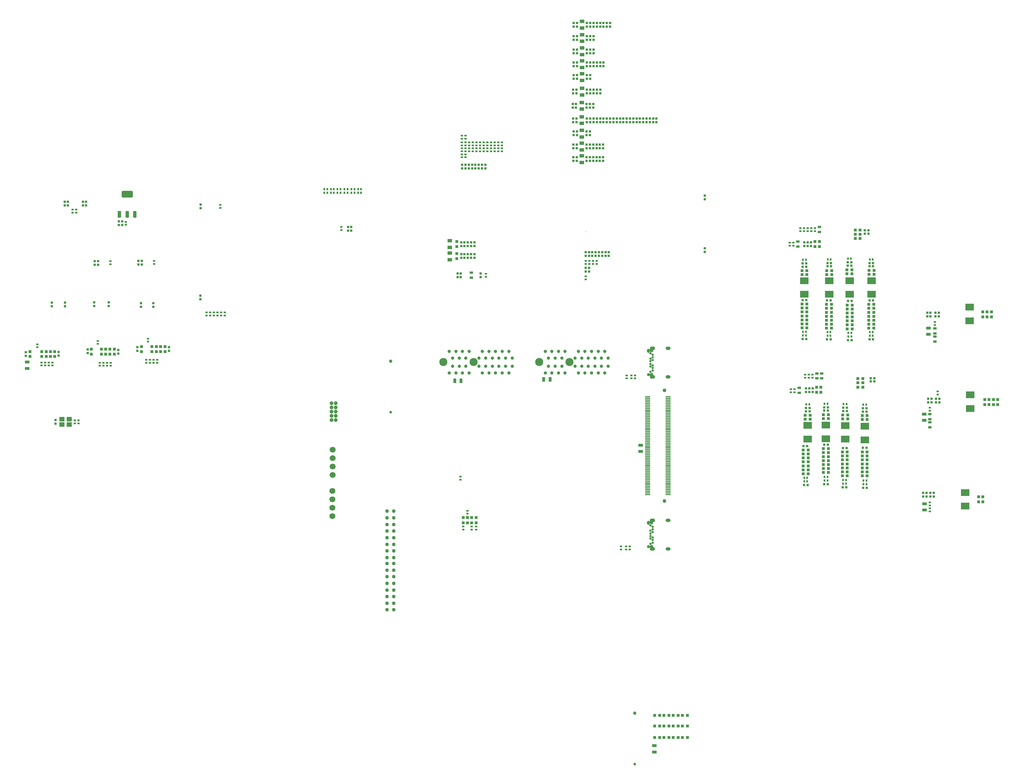
<source format=gbs>
%FSLAX46Y46*%
%MOMM*%
%AMPS57*
4,1,4,
0.550000,-0.649996,
-0.550000,-0.649996,
-0.550000,0.000004,
0.550000,0.000004,
0.550000,-0.649996,
0
*
1,1,1.100000,0.000000,0.000004*
1,1,1.100000,0.000000,-0.649996*
4,1,4,
0.500000,0.550004,
0.500000,-0.549996,
0.000000,-0.549996,
0.000000,0.550004,
0.500000,0.550004,
0
*
1,1,1.100000,0.000000,0.000004*
1,1,1.100000,0.500000,0.000004*
%
%ADD57PS57*%
%AMPS37*
4,1,4,
0.550000,-0.649996,
-0.550000,-0.649996,
-0.550000,0.000004,
0.550000,0.000004,
0.550000,-0.649996,
0
*
1,1,1.100000,0.000000,0.000004*
1,1,1.100000,0.000000,-0.649996*
4,1,4,
0.500000,0.550004,
0.500000,-0.549996,
0.000000,-0.549996,
0.000000,0.550004,
0.500000,0.550004,
0
*
1,1,1.100000,0.000000,0.000004*
1,1,1.100000,0.500000,0.000004*
%
%ADD37PS37*%
%AMPS70*
1,1,1.166800,0.000000,0.000000*
%
%ADD70PS70*%
%AMPS67*
1,1,1.166800,0.000000,0.000000*
%
%ADD67PS67*%
%AMPS60*
1,1,1.800000,0.000000,0.000000*
%
%ADD60PS60*%
%AMPS35*
1,1,0.700000,0.000000,0.000000*
%
%ADD35PS35*%
%AMPS32*
1,1,0.700000,0.000000,0.000000*
%
%ADD32PS32*%
%AMPS33*
1,1,0.700000,0.000000,0.000000*
%
%ADD33PS33*%
%AMPS61*
1,1,1.800000,0.000000,0.000000*
%
%ADD61PS61*%
%AMPS66*
1,1,1.166800,0.000000,0.000000*
%
%ADD66PS66*%
%AMPS52*
1,1,1.000000,0.000000,0.000000*
%
%ADD52PS52*%
%AMPS72*
1,1,1.000000,0.000000,0.000000*
%
%ADD72PS72*%
%AMPS53*
1,1,1.000000,0.000000,0.000000*
%
%ADD53PS53*%
%AMPS46*
1,1,1.000000,0.000000,0.000000*
%
%ADD46PS46*%
%AMPS36*
1,1,0.700000,0.000000,0.000000*
%
%ADD36PS36*%
%AMPS47*
1,1,1.000000,0.000000,0.000000*
%
%ADD47PS47*%
%AMPS54*
1,1,1.000000,0.000000,0.000000*
%
%ADD54PS54*%
%AMPS69*
1,1,1.166800,0.000000,0.000000*
%
%ADD69PS69*%
%AMPS63*
1,1,1.800000,0.000000,0.000000*
%
%ADD63PS63*%
%AMPS51*
1,1,1.000000,0.000000,0.000000*
%
%ADD51PS51*%
%AMPS71*
1,1,1.000000,0.000000,0.000000*
%
%ADD71PS71*%
%AMPS62*
1,1,1.800000,0.000000,0.000000*
%
%ADD62PS62*%
%AMPS31*
1,1,0.700000,0.000000,0.000000*
%
%ADD31PS31*%
%AMPS50*
1,1,1.000000,0.000000,0.000000*
%
%ADD50PS50*%
%AMPS49*
1,1,1.000000,0.000000,0.000000*
%
%ADD49PS49*%
%AMPS45*
1,1,1.000000,0.000000,0.000000*
%
%ADD45PS45*%
%AMPS48*
1,1,1.000000,0.000000,0.000000*
%
%ADD48PS48*%
%AMPS40*
1,1,0.700000,0.000000,0.000000*
%
%ADD40PS40*%
%AMPS68*
1,1,1.166800,0.000000,0.000000*
%
%ADD68PS68*%
%AMPS20*
21,1,0.700000,0.600000,0.000000,0.000000,360.000000*
%
%ADD20PS20*%
%AMPS12*
21,1,0.700000,0.600000,0.000000,0.000000,270.000000*
%
%ADD12PS12*%
%AMPS22*
21,1,0.700000,0.600000,0.000000,0.000000,90.000000*
%
%ADD22PS22*%
%AMPS59*
21,1,1.500000,1.300000,0.000000,0.000000,360.000000*
%
%ADD59PS59*%
%AMPS28*
21,1,0.900000,0.900000,0.000000,0.000000,270.000000*
%
%ADD28PS28*%
%AMPS21*
21,1,1.100000,1.350000,0.000000,0.000000,270.000000*
%
%ADD21PS21*%
%AMPS14*
21,1,0.900000,0.850000,0.000000,0.000000,360.000000*
%
%ADD14PS14*%
%AMPS16*
21,1,0.900000,0.850000,0.000000,0.000000,270.000000*
%
%ADD16PS16*%
%AMPS29*
21,1,0.900000,0.850000,0.000000,0.000000,90.000000*
%
%ADD29PS29*%
%AMPS13*
21,1,0.500000,0.700000,0.000000,0.000000,360.000000*
%
%ADD13PS13*%
%AMPS11*
21,1,0.500000,0.700000,0.000000,0.000000,270.000000*
%
%ADD11PS11*%
%AMPS15*
21,1,0.500000,0.700000,0.000000,0.000000,90.000000*
%
%ADD15PS15*%
%AMPS23*
21,1,2.000000,2.600000,0.000000,0.000000,270.000000*
%
%ADD23PS23*%
%AMPS10*
21,1,0.800000,1.400000,0.000000,0.000000,270.000000*
%
%ADD10PS10*%
%AMPS42*
21,1,0.800000,1.400000,0.000000,0.000000,180.000000*
%
%ADD42PS42*%
%AMPS25*
21,1,0.800000,1.400000,0.000000,0.000000,90.000000*
%
%ADD25PS25*%
%AMPS17*
21,1,0.404800,1.547800,0.000000,0.000000,270.000000*
%
%ADD17PS17*%
%AMPS24*
21,1,0.600000,1.000000,0.000000,0.000000,270.000000*
%
%ADD24PS24*%
%AMPS19*
21,1,0.600000,1.000000,0.000000,0.000000,90.000000*
%
%ADD19PS19*%
%AMPS73*
1,1,0.300000,0.000000,0.000000*
%
%ADD73PS73*%
%AMPS30*
21,1,0.500000,1.000000,0.000000,0.000000,180.000000*
1,1,1.000000,-0.250000,0.000000*
1,1,1.000000,0.250000,0.000000*
%
%ADD30PS30*%
%AMPS55*
21,1,0.500000,1.000000,0.000000,0.000000,180.000000*
1,1,1.000000,-0.250000,0.000000*
1,1,1.000000,0.250000,0.000000*
%
%ADD55PS55*%
%AMPS41*
21,1,0.500000,1.000000,0.000000,0.000000,180.000000*
1,1,1.000000,-0.250000,0.000000*
1,1,1.000000,0.250000,0.000000*
%
%ADD41PS41*%
%AMPS58*
21,1,0.500000,1.000000,0.000000,0.000000,180.000000*
1,1,1.000000,-0.250000,0.000000*
1,1,1.000000,0.250000,0.000000*
%
%ADD58PS58*%
%AMPS18*
1,1,1.116000,0.000000,0.000000*
%
%ADD18PS18*%
%AMPS26*
1,1,0.800000,0.000000,0.000000*
%
%ADD26PS26*%
%AMPS43*
1,1,1.100000,0.000000,0.000000*
%
%ADD43PS43*%
%AMPS27*
1,1,1.000000,0.000000,0.000000*
%
%ADD27PS27*%
%AMPS44*
1,1,2.450000,0.000000,0.000000*
%
%ADD44PS44*%
%AMPS38*
1,1,0.950000,0.000000,0.000000*
%
%ADD38PS38*%
%AMPS39*
21,1,0.300000,0.950000,0.000000,0.000000,90.000000*
1,1,0.950000,0.000000,0.150000*
1,1,0.950000,0.000000,-0.150000*
%
%ADD39PS39*%
%AMPS65*
1,1,0.600000,-1.375000,-0.700000*
1,1,0.600000,1.375000,0.700000*
1,1,0.600000,1.375000,-0.700000*
1,1,0.600000,-1.375000,0.700000*
21,1,3.350000,1.400000,0.000000,0.000000,180.000000*
21,1,2.750000,2.000000,0.000000,0.000000,180.000000*
%
%ADD65PS65*%
%AMPS64*
1,1,0.500000,0.275000,0.750000*
1,1,0.500000,-0.275000,-0.750000*
1,1,0.500000,-0.275000,0.750000*
1,1,0.500000,0.275000,-0.750000*
21,1,1.050000,1.500000,0.000000,0.000000,360.000000*
21,1,0.550000,2.000000,0.000000,0.000000,360.000000*
%
%ADD64PS64*%
%AMPS56*
4,1,4,
0.550000,0.000000,
-0.550000,0.000000,
-0.550000,0.650000,
0.550000,0.650000,
0.550000,0.000000,
0
*
1,1,1.100000,0.000000,0.650000*
1,1,1.100000,0.000000,0.000000*
4,1,4,
0.500000,0.550000,
0.500000,-0.550000,
0.000000,-0.550000,
0.000000,0.550000,
0.500000,0.550000,
0
*
1,1,1.100000,0.000000,0.000000*
1,1,1.100000,0.500000,0.000000*
%
%ADD56PS56*%
%AMPS34*
4,1,4,
0.550000,0.000000,
-0.550000,0.000000,
-0.550000,0.650000,
0.550000,0.650000,
0.550000,0.000000,
0
*
1,1,1.100000,0.000000,0.650000*
1,1,1.100000,0.000000,0.000000*
4,1,4,
0.500000,0.550000,
0.500000,-0.550000,
0.000000,-0.550000,
0.000000,0.550000,
0.500000,0.550000,
0
*
1,1,1.100000,0.000000,0.000000*
1,1,1.100000,0.500000,0.000000*
%
%ADD34PS34*%
G01*
G01*
%LPD*%
G75*
D10*
X-150000000Y24350000D03*
D10*
X-150000000Y26250000D03*
D11*
X86100000Y21550000D03*
D11*
X86100000Y22450000D03*
D11*
X-9900000Y89950000D03*
D11*
X-9900000Y90850000D03*
D12*
X16100000Y124750000D03*
D12*
X16100000Y123650000D03*
D13*
X-59350000Y77400000D03*
D13*
X-60250000Y77400000D03*
D14*
X102250000Y-2100000D03*
D14*
X103750000Y-2100000D03*
D12*
X22000000Y88150000D03*
D12*
X22000000Y87050000D03*
D12*
X85300000Y18350000D03*
D12*
X85300000Y17250000D03*
D12*
X20000000Y104250000D03*
D12*
X20000000Y103150000D03*
D15*
X-95800000Y41250000D03*
D15*
X-95800000Y40350000D03*
D12*
X19000000Y88150000D03*
D12*
X19000000Y87050000D03*
D13*
X97350000Y-9400000D03*
D13*
X96450000Y-9400000D03*
D16*
X88000000Y62650000D03*
D16*
X88000000Y61150000D03*
D12*
X15000000Y88150000D03*
D12*
X15000000Y87050000D03*
D16*
X-111000000Y30950000D03*
D16*
X-111000000Y29450000D03*
D12*
X86300000Y18350000D03*
D12*
X86300000Y17250000D03*
D11*
X85000000Y21550000D03*
D11*
X85000000Y22450000D03*
D17*
X37413900Y15260800D03*
D17*
X37413900Y-6255500D03*
D17*
X43586100Y-7756700D03*
D17*
X37413900Y-11259300D03*
D17*
X43586100Y7254800D03*
D17*
X43586100Y-1251700D03*
D17*
X43586100Y10757400D03*
D17*
X37413900Y-250900D03*
D17*
X43586100Y13259300D03*
D17*
X43586100Y-6755900D03*
D17*
X37413900Y12759000D03*
D17*
X43586100Y-9758200D03*
D17*
X37413900Y-4754300D03*
D17*
X37413900Y-6755900D03*
D17*
X37413900Y-3753600D03*
D18*
X42532000Y-15741100D03*
D17*
X43586100Y4252500D03*
D17*
X43586100Y-5755100D03*
D17*
X43586100Y13759700D03*
D17*
X37413900Y13259300D03*
D17*
X43586100Y-10758900D03*
D17*
X37413900Y11758200D03*
D17*
X43586100Y-5254700D03*
D17*
X43586100Y5253300D03*
D17*
X37413900Y-4253900D03*
D17*
X37413900Y-2752800D03*
D17*
X43586100Y-4253900D03*
D17*
X37413900Y-8257000D03*
D17*
X43586100Y4752900D03*
D17*
X37413900Y14260100D03*
D17*
X43586100Y-3253200D03*
D17*
X43586100Y12258600D03*
D17*
X37413900Y249400D03*
D17*
X37413900Y-751300D03*
D17*
X43586100Y7755200D03*
D17*
X43586100Y10257000D03*
D17*
X43586100Y-7256299D03*
D17*
X37413900Y8755900D03*
D17*
X37413900Y5253300D03*
D17*
X43586100Y9256299D03*
D17*
X43586100Y-2752800D03*
D17*
X37413900Y3752200D03*
D17*
X43586100Y-10258500D03*
D17*
X37413900Y-12760400D03*
D17*
X43586100Y-13260800D03*
D17*
X43586100Y5753700D03*
D17*
X37413900Y8255500D03*
D17*
X43586100Y-3753600D03*
D17*
X37413900Y749801D03*
D17*
X43586100Y-1752100D03*
D17*
X37413900Y-7756700D03*
D18*
X42532000Y17741100D03*
D17*
X43586100Y-751300D03*
D17*
X37413900Y5753700D03*
D17*
X37413900Y1250199D03*
D17*
X37413900Y2751400D03*
D17*
X37413900Y-10758900D03*
D17*
X43586100Y2751400D03*
D17*
X43586100Y11758200D03*
D17*
X43586100Y-4754300D03*
D17*
X43586100Y-12760400D03*
D17*
X43586100Y-2252400D03*
D17*
X37413900Y9756700D03*
D17*
X37413900Y-7256299D03*
D17*
X43586100Y749801D03*
D17*
X37413900Y-2252400D03*
D17*
X37413900Y4752900D03*
D17*
X43586100Y15761200D03*
D17*
X37413900Y-5755100D03*
D17*
X37413900Y9256299D03*
D17*
X37413900Y6254000D03*
D17*
X37413900Y7755200D03*
D17*
X43586100Y9756700D03*
D17*
X43586100Y6754400D03*
D17*
X43586100Y1750600D03*
D17*
X43586100Y8755900D03*
D17*
X43586100Y3752200D03*
D17*
X37413900Y-9257800D03*
D17*
X37413900Y4252500D03*
D17*
X43586100Y1250199D03*
D17*
X37413900Y-12260000D03*
D17*
X37413900Y14760500D03*
D17*
X37413900Y-5254700D03*
D17*
X37413900Y15761200D03*
D17*
X43586100Y-11259300D03*
D17*
X43586100Y-8757400D03*
D17*
X37413900Y10257000D03*
D17*
X37413900Y13759700D03*
D17*
X37413900Y7254800D03*
D17*
X37413900Y12258600D03*
D17*
X37413900Y3251800D03*
D17*
X37413900Y-13260800D03*
D17*
X37413900Y-8757400D03*
D17*
X37413900Y6754400D03*
D17*
X37413900Y1750600D03*
D17*
X37413900Y-9758200D03*
D17*
X43586100Y-12260000D03*
D17*
X43586100Y249400D03*
D17*
X43586100Y3251800D03*
D17*
X37413900Y-1251700D03*
D17*
X43586100Y15260800D03*
D17*
X43586100Y-8257000D03*
D17*
X37413900Y10757400D03*
D17*
X43586100Y12759000D03*
D17*
X37413900Y-11759700D03*
D17*
X43586100Y-6255500D03*
D17*
X37413900Y2251000D03*
D17*
X43586100Y14260100D03*
D17*
X37413900Y11257800D03*
D17*
X43586100Y-13761200D03*
D17*
X43586100Y2251000D03*
D17*
X43586100Y11257800D03*
D17*
X43586100Y8255500D03*
D17*
X43586100Y-250900D03*
D17*
X37413900Y-1752100D03*
D17*
X37413900Y-3253200D03*
D17*
X43586100Y6254000D03*
D17*
X43586100Y14760500D03*
D17*
X43586100Y-11759700D03*
D17*
X37413900Y-10258500D03*
D17*
X37413900Y-13761200D03*
D17*
X43586100Y-9257800D03*
D11*
X19799996Y55949994D03*
D11*
X19799996Y56849994D03*
D12*
X16100000Y120650000D03*
D12*
X16100000Y119550000D03*
D12*
X24100000Y128750000D03*
D12*
X24100000Y127650000D03*
D12*
X24700000Y59450000D03*
D12*
X24700000Y58350000D03*
D11*
X80400000Y61450000D03*
D11*
X80400000Y62350000D03*
D12*
X16100000Y116750000D03*
D12*
X16100000Y115650000D03*
D12*
X19100000Y128750000D03*
D12*
X19100000Y127650000D03*
D12*
X20100000Y120650000D03*
D12*
X20100000Y119550000D03*
D11*
X-110700000Y26050000D03*
D11*
X-110700000Y26950000D03*
D19*
X82800000Y62650000D03*
D19*
X82800000Y61150000D03*
D16*
X140600000Y14950000D03*
D16*
X140600000Y13450000D03*
D11*
X31100000Y21350000D03*
D11*
X31100000Y22250000D03*
D11*
X30900000Y-30350000D03*
D11*
X30900000Y-29450000D03*
D13*
X91750000Y13700000D03*
D13*
X90850000Y13700000D03*
D12*
X18700000Y59450000D03*
D12*
X18700000Y58350000D03*
D12*
X24100000Y99850000D03*
D12*
X24100000Y98750000D03*
D11*
X-112900000Y26050000D03*
D11*
X-112900000Y26950000D03*
D14*
X91450000Y43700000D03*
D14*
X92950000Y43700000D03*
D20*
X91650000Y44900000D03*
D20*
X92750000Y44900000D03*
D12*
X14900000Y99850000D03*
D12*
X14900000Y98750000D03*
D11*
X-111700000Y55950000D03*
D11*
X-111700000Y56850000D03*
D12*
X29100000Y99850000D03*
D12*
X29100000Y98750000D03*
D13*
X103550000Y-9500000D03*
D13*
X102650000Y-9500000D03*
D21*
X-22300008Y57200056D03*
D21*
X-22300008Y59200056D03*
D11*
X-124900000Y55850000D03*
D11*
X-124900000Y56750000D03*
D16*
X-123700000Y30150000D03*
D16*
X-123700000Y28650000D03*
D14*
X84450000Y-300000D03*
D14*
X85950000Y-300000D03*
D12*
X15100000Y112950000D03*
D12*
X15100000Y111850000D03*
D12*
X15900000Y99850000D03*
D12*
X15900000Y98750000D03*
D11*
X84700000Y65850000D03*
D11*
X84700000Y66750000D03*
D22*
X-138700000Y73650000D03*
D22*
X-138700000Y74750000D03*
D16*
X140000000Y41450000D03*
D16*
X140000000Y39950000D03*
D11*
X29400000Y-30350000D03*
D11*
X29400000Y-29450000D03*
D20*
X96450000Y300000D03*
D20*
X97550000Y300000D03*
D12*
X37100000Y99850000D03*
D12*
X37100000Y98750000D03*
D13*
X-57350000Y78500000D03*
D13*
X-58250000Y78500000D03*
D12*
X-17900000Y58850000D03*
D12*
X-17900000Y57750000D03*
D20*
X104450000Y56200000D03*
D20*
X105550000Y56200000D03*
D23*
X98500000Y50850000D03*
D23*
X98500000Y46750000D03*
D11*
X-12100000Y91750000D03*
D11*
X-12100000Y92650000D03*
D14*
X96250000Y-2100000D03*
D14*
X97750000Y-2100000D03*
D10*
X121000000Y8650000D03*
D10*
X121000000Y10550000D03*
D12*
X24000000Y91950000D03*
D12*
X24000000Y90850000D03*
D22*
X15800000Y103150000D03*
D22*
X15800000Y104250000D03*
D24*
X83200000Y16950000D03*
D24*
X83200000Y18450000D03*
D14*
X84050000Y53900000D03*
D14*
X85550000Y53900000D03*
D16*
X138700000Y41450000D03*
D16*
X138700000Y39950000D03*
D22*
X-115600000Y42950000D03*
D22*
X-115600000Y44050000D03*
D11*
X-143500000Y25250000D03*
D11*
X-143500000Y26150000D03*
D20*
X97950000Y44700000D03*
D20*
X99050000Y44700000D03*
D12*
X-122500000Y29950000D03*
D12*
X-122500000Y28850000D03*
D21*
X17599992Y127200056D03*
D21*
X17599992Y129200056D03*
D14*
X84050000Y39000000D03*
D14*
X85550000Y39000000D03*
D12*
X25100000Y128750000D03*
D12*
X25100000Y127650000D03*
D14*
X84050000Y41400000D03*
D14*
X85550000Y41400000D03*
D12*
X21100000Y128750000D03*
D12*
X21100000Y127650000D03*
D11*
X-145700000Y25250000D03*
D11*
X-145700000Y26150000D03*
D12*
X20700000Y59450000D03*
D12*
X20700000Y58350000D03*
D13*
X85250000Y34300000D03*
D13*
X84350000Y34300000D03*
D12*
X-16900000Y62450000D03*
D12*
X-16900000Y61350000D03*
D14*
X45150000Y-83700000D03*
D14*
X46650000Y-83700000D03*
D12*
X18700000Y54750000D03*
D12*
X18700000Y53650000D03*
D20*
X84250000Y33200000D03*
D20*
X85350000Y33200000D03*
D14*
X96250000Y-6900000D03*
D14*
X97750000Y-6900000D03*
D11*
X-16500000Y89950000D03*
D11*
X-16500000Y90850000D03*
D13*
X98950000Y34000000D03*
D13*
X98050000Y34000000D03*
D13*
X-53250000Y78500000D03*
D13*
X-54150000Y78500000D03*
D16*
X138700000Y-14450000D03*
D16*
X138700000Y-15950000D03*
D12*
X-141500000Y8750000D03*
D12*
X-141500000Y7650000D03*
D12*
X-18900000Y62450000D03*
D12*
X-18900000Y61350000D03*
D14*
X90550000Y-2300000D03*
D14*
X92050000Y-2300000D03*
D14*
X84050000Y42600000D03*
D14*
X85550000Y42600000D03*
D12*
X19000000Y104250000D03*
D12*
X19000000Y103150000D03*
D12*
X14900000Y108550000D03*
D12*
X14900000Y107450000D03*
D25*
X122300000Y36550000D03*
D25*
X122300000Y34650000D03*
D11*
X-19100000Y-9250000D03*
D11*
X-19100000Y-8350000D03*
D16*
X-109700000Y30950000D03*
D16*
X-109700000Y29450000D03*
D20*
X96550000Y11500000D03*
D20*
X97650000Y11500000D03*
D12*
X-52100000Y67050000D03*
D12*
X-52100000Y65950000D03*
D14*
X96250000Y-4500000D03*
D14*
X97750000Y-4500000D03*
D12*
X20100000Y112950000D03*
D12*
X20100000Y111850000D03*
D14*
X84450000Y-5100000D03*
D14*
X85950000Y-5100000D03*
D12*
X-129800000Y44350000D03*
D12*
X-129800000Y43250000D03*
D14*
X97750000Y41100000D03*
D14*
X99250000Y41100000D03*
D11*
X-8800000Y89950000D03*
D11*
X-8800000Y90850000D03*
D12*
X-116700000Y30750000D03*
D12*
X-116700000Y29650000D03*
D12*
X-115400000Y56850000D03*
D12*
X-115400000Y55750000D03*
D11*
X-128700000Y31750000D03*
D11*
X-128700000Y32650000D03*
D14*
X97750000Y37500000D03*
D14*
X99250000Y37500000D03*
D14*
X84050000Y37800000D03*
D14*
X85550000Y37800000D03*
D20*
X102450000Y12300000D03*
D20*
X103550000Y12300000D03*
D11*
X-144600000Y25250000D03*
D11*
X-144600000Y26150000D03*
D12*
X23700000Y59450000D03*
D12*
X23700000Y58350000D03*
D11*
X-15400000Y91750000D03*
D11*
X-15400000Y92650000D03*
D23*
X105100000Y50850000D03*
D23*
X105100000Y46750000D03*
D12*
X16100000Y112950000D03*
D12*
X16100000Y111850000D03*
D14*
X102250000Y-5700000D03*
D14*
X103750000Y-5700000D03*
D12*
X-18900000Y58850000D03*
D12*
X-18900000Y57750000D03*
D16*
X89300000Y62650000D03*
D16*
X89300000Y61150000D03*
D11*
X-8800000Y91750000D03*
D11*
X-8800000Y92650000D03*
D11*
X-90300000Y40350000D03*
D11*
X-90300000Y41250000D03*
D11*
X-9900000Y91750000D03*
D11*
X-9900000Y92650000D03*
D14*
X39550000Y-80500000D03*
D14*
X41050000Y-80500000D03*
D11*
X-17600000Y91750000D03*
D11*
X-17600000Y92650000D03*
D20*
X104850000Y21400000D03*
D20*
X105950000Y21400000D03*
D12*
X36100000Y99850000D03*
D12*
X36100000Y98750000D03*
D14*
X102250000Y-900000D03*
D14*
X103750000Y-900000D03*
D13*
X103450000Y13400000D03*
D13*
X102550000Y13400000D03*
D12*
X20100000Y116750000D03*
D12*
X20100000Y115650000D03*
D22*
X121700000Y-14350000D03*
D22*
X121700000Y-13250000D03*
D14*
X97750000Y38700000D03*
D14*
X99250000Y38700000D03*
D11*
X-11000000Y91750000D03*
D11*
X-11000000Y92650000D03*
D14*
X100950000Y20000000D03*
D14*
X102450000Y20000000D03*
D14*
X102250000Y-6900000D03*
D14*
X103750000Y-6900000D03*
D14*
X97750000Y39900000D03*
D14*
X99250000Y39900000D03*
D21*
X17499992Y90400056D03*
D21*
X17499992Y92400056D03*
D24*
X122700000Y9050000D03*
D24*
X122700000Y10550000D03*
D11*
X18700000Y51250000D03*
D11*
X18700000Y52150000D03*
D21*
X17499992Y86600056D03*
D21*
X17499992Y88600056D03*
D12*
X19100000Y116750000D03*
D12*
X19100000Y115650000D03*
D11*
X86900000Y65850000D03*
D11*
X86900000Y66750000D03*
D13*
X105450000Y35300000D03*
D13*
X104550000Y35300000D03*
D11*
X-15400000Y89950000D03*
D11*
X-15400000Y90850000D03*
D10*
X39500000Y-91550000D03*
D10*
X39500000Y-89650000D03*
D16*
X-115500000Y30950000D03*
D16*
X-115500000Y29450000D03*
D26*
X33540000Y-95185000D03*
D27*
X33540000Y-79815000D03*
D28*
X-18300000Y-22300000D03*
D28*
X-18300000Y-20700000D03*
D14*
X104250000Y43700000D03*
D14*
X105750000Y43700000D03*
D12*
X-16600000Y85850000D03*
D12*
X-16600000Y84750000D03*
D24*
X124200000Y34950000D03*
D24*
X124200000Y36450000D03*
D20*
X91650000Y33100000D03*
D20*
X92750000Y33100000D03*
D29*
X-143000000Y27950000D03*
D29*
X-143000000Y29450000D03*
D12*
X-11600000Y85850000D03*
D12*
X-11600000Y84750000D03*
D20*
X96350000Y-11600000D03*
D20*
X97450000Y-11600000D03*
D12*
X15900000Y108550000D03*
D12*
X15900000Y107450000D03*
D14*
X104350000Y52800000D03*
D14*
X105850000Y52800000D03*
D16*
X141300000Y41450000D03*
D16*
X141300000Y39950000D03*
D14*
X104350000Y54000000D03*
D14*
X105850000Y54000000D03*
D14*
X42350000Y-87200000D03*
D14*
X43850000Y-87200000D03*
D12*
X-15900000Y58850000D03*
D12*
X-15900000Y57750000D03*
D13*
X-51150000Y78500000D03*
D13*
X-52050000Y78500000D03*
D14*
X91450000Y38900000D03*
D14*
X92950000Y38900000D03*
D11*
X-12100000Y89950000D03*
D11*
X-12100000Y90850000D03*
D12*
X15100000Y116750000D03*
D12*
X15100000Y115650000D03*
D14*
X102250000Y8900000D03*
D14*
X103750000Y8900000D03*
D20*
X90750000Y12600000D03*
D20*
X91850000Y12600000D03*
D13*
X-53250000Y77400000D03*
D13*
X-54150000Y77400000D03*
D23*
X134700000Y42850000D03*
D23*
X134700000Y38750000D03*
D12*
X16000000Y91950000D03*
D12*
X16000000Y90850000D03*
D14*
X84050000Y36600000D03*
D14*
X85550000Y36600000D03*
D16*
X-125000000Y30150000D03*
D16*
X-125000000Y28650000D03*
D12*
X20100000Y108550000D03*
D12*
X20100000Y107450000D03*
D12*
X22100000Y99850000D03*
D12*
X22100000Y98750000D03*
D11*
X-111800000Y26050000D03*
D11*
X-111800000Y26950000D03*
D30*
X43650000Y-21570000D03*
D31*
X38300000Y-26300000D03*
D32*
X39000000Y-26700000D03*
D33*
X39000000Y-28300000D03*
D34*
X38650000Y-30230000D03*
D35*
X39000000Y-25100000D03*
D36*
X38300000Y-25500000D03*
D37*
X38650000Y-21570000D03*
D38*
X37650000Y-29500000D03*
D36*
X38300000Y-27100000D03*
D39*
X37650000Y-22300000D03*
D32*
X39000000Y-23500000D03*
D32*
X38300000Y-24700000D03*
D32*
X39000000Y-27500000D03*
D40*
X39000000Y-24300000D03*
D35*
X38300000Y-23100000D03*
D33*
X38300000Y-28700000D03*
D41*
X43650000Y-30230000D03*
D12*
X19100000Y120650000D03*
D12*
X19100000Y119550000D03*
D11*
X33600000Y21350000D03*
D11*
X33600000Y22250000D03*
D20*
X103050000Y66100000D03*
D20*
X104150000Y66100000D03*
D12*
X-16900000Y58850000D03*
D12*
X-16900000Y57750000D03*
D12*
X-15600000Y85850000D03*
D12*
X-15600000Y84750000D03*
D13*
X105450000Y57300000D03*
D13*
X104550000Y57300000D03*
D11*
X-13200000Y91750000D03*
D11*
X-13200000Y92650000D03*
D19*
X122700000Y8050000D03*
D19*
X122700000Y6550000D03*
D21*
X17499992Y98400056D03*
D21*
X17499992Y100400056D03*
D11*
X-14300000Y89950000D03*
D11*
X-14300000Y90850000D03*
D22*
X122900000Y-14350000D03*
D22*
X122900000Y-13250000D03*
D11*
X-135600000Y7750000D03*
D11*
X-135600000Y8650000D03*
D11*
X-120200000Y67750000D03*
D11*
X-120200000Y68650000D03*
D22*
X-133200000Y73650000D03*
D22*
X-133200000Y74750000D03*
D14*
X97750000Y42300000D03*
D14*
X99250000Y42300000D03*
D11*
X-18700000Y91750000D03*
D11*
X-18700000Y92650000D03*
D20*
X90750000Y1300000D03*
D20*
X91850000Y1300000D03*
D13*
X92650000Y34200000D03*
D13*
X91750000Y34200000D03*
D14*
X84450000Y-7500000D03*
D14*
X85950000Y-7500000D03*
D13*
X-59350000Y78500000D03*
D13*
X-60250000Y78500000D03*
D29*
X-141700000Y27950000D03*
D29*
X-141700000Y29450000D03*
D22*
X124400000Y40050000D03*
D22*
X124400000Y41150000D03*
D14*
X96250000Y-5700000D03*
D14*
X97750000Y-5700000D03*
D12*
X21000000Y91950000D03*
D12*
X21000000Y90850000D03*
D14*
X104250000Y42500000D03*
D14*
X105750000Y42500000D03*
D20*
X91750000Y56200000D03*
D20*
X92850000Y56200000D03*
D12*
X19100000Y124750000D03*
D12*
X19100000Y123650000D03*
D20*
X84250000Y45000000D03*
D20*
X85350000Y45000000D03*
D20*
X90750000Y-10600000D03*
D20*
X91850000Y-10600000D03*
D21*
X17599992Y115300056D03*
D21*
X17599992Y117300056D03*
D22*
X125400000Y40050000D03*
D22*
X125400000Y41150000D03*
D23*
X85770000Y7130000D03*
D23*
X85770000Y3030000D03*
D12*
X21100000Y116750000D03*
D12*
X21100000Y115650000D03*
D14*
X104250000Y41300000D03*
D14*
X105750000Y41300000D03*
D14*
X47950000Y-87200000D03*
D14*
X49450000Y-87200000D03*
D11*
X80700000Y17150000D03*
D11*
X80700000Y18050000D03*
D14*
X104250000Y36500000D03*
D14*
X105750000Y36500000D03*
D15*
X-135200000Y72350000D03*
D15*
X-135200000Y71450000D03*
D20*
X104850000Y20400000D03*
D20*
X105950000Y20400000D03*
D12*
X19100000Y99850000D03*
D12*
X19100000Y98750000D03*
D14*
X97660000Y52930000D03*
D14*
X99160000Y52930000D03*
D11*
X-16500000Y91750000D03*
D11*
X-16500000Y92650000D03*
D20*
X104450000Y33100000D03*
D20*
X105550000Y33100000D03*
D15*
X-94700000Y41250000D03*
D15*
X-94700000Y40350000D03*
D11*
X-124800000Y25150000D03*
D11*
X-124800000Y26050000D03*
D12*
X-18600000Y85850000D03*
D12*
X-18600000Y84750000D03*
D12*
X19000000Y91950000D03*
D12*
X19000000Y90850000D03*
D20*
X104450000Y55200000D03*
D20*
X105550000Y55200000D03*
D19*
X124200000Y33950000D03*
D19*
X124200000Y32450000D03*
D13*
X105450000Y34200000D03*
D13*
X104550000Y34200000D03*
D16*
X-127600000Y30150000D03*
D16*
X-127600000Y28650000D03*
D14*
X42350000Y-80500000D03*
D14*
X43850000Y-80500000D03*
D13*
X91750000Y-8400000D03*
D13*
X90850000Y-8400000D03*
D22*
X54700000Y75450000D03*
D22*
X54700000Y76550000D03*
D12*
X25100000Y99850000D03*
D12*
X25100000Y98750000D03*
D12*
X31100000Y99850000D03*
D12*
X31100000Y98750000D03*
D21*
X-22300008Y60900056D03*
D21*
X-22300008Y62900056D03*
D21*
X17499992Y94300056D03*
D21*
X17499992Y96300056D03*
D13*
X85650000Y-8700000D03*
D13*
X84750000Y-8700000D03*
D14*
X90550000Y9200000D03*
D14*
X92050000Y9200000D03*
D21*
X17599992Y123200056D03*
D21*
X17599992Y125200056D03*
D13*
X91750000Y-9500000D03*
D13*
X90850000Y-9500000D03*
D22*
X123200000Y14050000D03*
D22*
X123200000Y15150000D03*
D12*
X-122300000Y68750000D03*
D12*
X-122300000Y67650000D03*
D12*
X21100000Y99850000D03*
D12*
X21100000Y98750000D03*
D12*
X39100000Y99850000D03*
D12*
X39100000Y98750000D03*
D11*
X-128100000Y25150000D03*
D11*
X-128100000Y26050000D03*
D11*
X-18700000Y89950000D03*
D11*
X-18700000Y90850000D03*
D15*
X81500000Y62350000D03*
D15*
X81500000Y61450000D03*
D12*
X19100000Y108550000D03*
D12*
X19100000Y107450000D03*
D12*
X22100000Y128750000D03*
D12*
X22100000Y127650000D03*
D20*
X104450000Y44900000D03*
D20*
X105550000Y44900000D03*
D13*
X-57350000Y77400000D03*
D13*
X-58250000Y77400000D03*
D11*
X-92500000Y40350000D03*
D11*
X-92500000Y41250000D03*
D12*
X27100000Y99850000D03*
D12*
X27100000Y98750000D03*
D12*
X-12600000Y85850000D03*
D12*
X-12600000Y84750000D03*
D21*
X17599992Y119200056D03*
D21*
X17599992Y121200056D03*
D12*
X21100000Y120650000D03*
D12*
X21100000Y119550000D03*
D42*
X-20850000Y20600000D03*
D42*
X-18950000Y20600000D03*
D14*
X102250000Y-8100000D03*
D14*
X103750000Y-8100000D03*
D13*
X85250000Y35400000D03*
D13*
X84350000Y35400000D03*
D16*
X137400000Y-14450000D03*
D16*
X137400000Y-15950000D03*
D13*
X85250000Y57200000D03*
D13*
X84350000Y57200000D03*
D14*
X91450000Y36500000D03*
D14*
X92950000Y36500000D03*
D24*
X88600000Y21350000D03*
D24*
X88600000Y22850000D03*
D21*
X17599992Y111400056D03*
D21*
X17599992Y113400056D03*
D24*
X89300000Y65550000D03*
D24*
X89300000Y67050000D03*
D13*
X97550000Y13600000D03*
D13*
X96650000Y13600000D03*
D11*
X-13200000Y89950000D03*
D11*
X-13200000Y90850000D03*
D15*
X125100000Y17350000D03*
D15*
X125100000Y16450000D03*
D14*
X100150000Y64900000D03*
D14*
X101650000Y64900000D03*
D13*
X-55350000Y77400000D03*
D13*
X-56250000Y77400000D03*
D12*
X21100000Y108550000D03*
D12*
X21100000Y107450000D03*
D14*
X42350000Y-83700000D03*
D14*
X43850000Y-83700000D03*
D12*
X-19000000Y53050000D03*
D12*
X-19000000Y51950000D03*
D23*
X84800000Y50850000D03*
D23*
X84800000Y46750000D03*
D14*
X100950000Y18700000D03*
D14*
X102450000Y18700000D03*
D11*
X-91400000Y40350000D03*
D11*
X-91400000Y41250000D03*
D11*
X124200000Y37450000D03*
D11*
X124200000Y38350000D03*
D16*
X88500000Y18650000D03*
D16*
X88500000Y17150000D03*
D13*
X-49150000Y78500000D03*
D13*
X-50050000Y78500000D03*
D16*
X139300000Y14950000D03*
D16*
X139300000Y13450000D03*
D22*
X-132200000Y73650000D03*
D22*
X-132200000Y74750000D03*
D12*
X-129600000Y56750000D03*
D12*
X-129600000Y55650000D03*
D12*
X-14600000Y85850000D03*
D12*
X-14600000Y84750000D03*
D12*
X20100000Y99850000D03*
D12*
X20100000Y98750000D03*
D12*
X85800000Y62450000D03*
D12*
X85800000Y61350000D03*
D11*
X-125900000Y25150000D03*
D11*
X-125900000Y26050000D03*
D14*
X45150000Y-80500000D03*
D14*
X46650000Y-80500000D03*
D11*
X-113500000Y32450000D03*
D11*
X-113500000Y33350000D03*
D11*
X122700000Y11550000D03*
D11*
X122700000Y12450000D03*
D12*
X20000000Y95950000D03*
D12*
X20000000Y94850000D03*
D12*
X20100000Y124750000D03*
D12*
X20100000Y123650000D03*
D15*
X-14400000Y-23450000D03*
D15*
X-14400000Y-24350000D03*
D12*
X22700000Y59450000D03*
D12*
X22700000Y58350000D03*
D11*
X88000000Y65850000D03*
D11*
X88000000Y66750000D03*
D43*
X-41300000Y-40600000D03*
D43*
X-39300000Y-38600000D03*
D43*
X-39300000Y-40600000D03*
D43*
X-41300000Y-38600000D03*
D43*
X-39300000Y-44600000D03*
D43*
X-41300000Y-36600000D03*
D43*
X-39300000Y-36600000D03*
D43*
X-39300000Y-34600000D03*
D43*
X-39300000Y-48600000D03*
D43*
X-41300000Y-46600000D03*
D43*
X-41300000Y-34600000D03*
D43*
X-39300000Y-42600000D03*
D43*
X-41300000Y-48600000D03*
D43*
X-41300000Y-42600000D03*
D43*
X-39300000Y-46600000D03*
D43*
X-41300000Y-44600000D03*
D11*
X-11000000Y89950000D03*
D11*
X-11000000Y90850000D03*
D16*
X-126300000Y30150000D03*
D16*
X-126300000Y28650000D03*
D12*
X16100000Y128750000D03*
D12*
X16100000Y127650000D03*
D12*
X19700000Y59450000D03*
D12*
X19700000Y58350000D03*
D25*
X35300000Y1150000D03*
D25*
X35300000Y-750000D03*
D12*
X15100000Y124750000D03*
D12*
X15100000Y123650000D03*
D14*
X102250000Y-3300000D03*
D14*
X103750000Y-3300000D03*
D14*
X45150000Y-87200000D03*
D14*
X46650000Y-87200000D03*
D44*
X-24300000Y26250000D03*
D45*
X-9500000Y27500000D03*
D46*
X-5500000Y25000000D03*
D44*
X-15150000Y26250000D03*
D47*
X-16500000Y29500000D03*
D48*
X-10500000Y23000000D03*
D49*
X-22500000Y23000000D03*
D49*
X-18500000Y23000000D03*
D46*
X-19500000Y25000000D03*
D49*
X-17500000Y25000000D03*
D49*
X-6500000Y23000000D03*
D46*
X-7500000Y25000000D03*
D50*
X-20500000Y29500000D03*
D50*
X-3500000Y27500000D03*
D51*
X-7500000Y27500000D03*
D46*
X-13500000Y25000000D03*
D48*
X-3500000Y25000000D03*
D51*
X-4500000Y29500000D03*
D52*
X-18500000Y29500000D03*
D48*
X-16500000Y23000000D03*
D53*
X-6500000Y29500000D03*
D51*
X-10500000Y29500000D03*
D47*
X-22500000Y29500000D03*
D53*
X-13500000Y27500000D03*
D46*
X-20500000Y23000000D03*
D51*
X-12500000Y29500000D03*
D45*
X-11500000Y27500000D03*
D47*
X-17500000Y27500000D03*
D50*
X-19500000Y27500000D03*
D54*
X-21500000Y25000000D03*
D53*
X-21500000Y27500000D03*
D45*
X-5500000Y27500000D03*
D46*
X-12500000Y23000000D03*
D49*
X-4500000Y23000000D03*
D45*
X-8500000Y29500000D03*
D49*
X-8500000Y23000000D03*
D48*
X-11500000Y25000000D03*
D48*
X-9500000Y25000000D03*
D12*
X84800000Y62450000D03*
D12*
X84800000Y61350000D03*
D23*
X97090000Y7070000D03*
D23*
X97090000Y2970000D03*
D14*
X100150000Y66200000D03*
D14*
X101650000Y66200000D03*
D20*
X84250000Y55100000D03*
D20*
X85350000Y55100000D03*
D12*
X-13000000Y53050000D03*
D12*
X-13000000Y51950000D03*
D15*
X-18300000Y-23450000D03*
D15*
X-18300000Y-24350000D03*
D14*
X91450000Y37700000D03*
D14*
X92950000Y37700000D03*
D12*
X26100000Y99850000D03*
D12*
X26100000Y98750000D03*
D14*
X85050000Y10200000D03*
D14*
X86550000Y10200000D03*
D14*
X96350000Y9100000D03*
D14*
X97850000Y9100000D03*
D55*
X43650000Y30430000D03*
D40*
X38300000Y25700000D03*
D35*
X39000000Y25300000D03*
D32*
X39000000Y23700000D03*
D56*
X38650000Y21770000D03*
D32*
X39000000Y26900000D03*
D35*
X38300000Y26500000D03*
D57*
X38650000Y30430000D03*
D38*
X37650000Y22500000D03*
D35*
X38300000Y24900000D03*
D39*
X37650000Y29700000D03*
D35*
X39000000Y28500000D03*
D40*
X38300000Y27300000D03*
D31*
X39000000Y24500000D03*
D32*
X39000000Y27700000D03*
D36*
X38300000Y28900000D03*
D33*
X38300000Y23300000D03*
D58*
X43650000Y21770000D03*
D14*
X85050000Y9000000D03*
D14*
X86550000Y9000000D03*
D59*
X-139500000Y9000000D03*
D59*
X-137300000Y9000000D03*
D59*
X-137300000Y7400000D03*
D59*
X-139500000Y7400000D03*
D16*
X-130600000Y30150000D03*
D16*
X-130600000Y28650000D03*
D23*
X133400000Y-13150000D03*
D23*
X133400000Y-17250000D03*
D12*
X23000000Y91950000D03*
D12*
X23000000Y90850000D03*
D20*
X97950000Y32900000D03*
D20*
X99050000Y32900000D03*
D14*
X100150000Y63600000D03*
D14*
X101650000Y63600000D03*
D14*
X84050000Y40200000D03*
D14*
X85550000Y40200000D03*
D14*
X104250000Y38900000D03*
D14*
X105750000Y38900000D03*
D20*
X85250000Y11400000D03*
D20*
X86350000Y11400000D03*
D23*
X103060000Y6880000D03*
D23*
X103060000Y2780000D03*
D12*
X16000000Y88150000D03*
D12*
X16000000Y87050000D03*
D14*
X102250000Y-4500000D03*
D14*
X103750000Y-4500000D03*
D12*
X-97700000Y46350000D03*
D12*
X-97700000Y45250000D03*
D11*
X81800000Y17150000D03*
D11*
X81800000Y18050000D03*
D12*
X23100000Y99850000D03*
D12*
X23100000Y98750000D03*
D12*
X-128600000Y56750000D03*
D12*
X-128600000Y55650000D03*
D12*
X23100000Y108550000D03*
D12*
X23100000Y107450000D03*
D12*
X19100000Y112950000D03*
D12*
X19100000Y111850000D03*
D11*
X-17600000Y93750000D03*
D11*
X-17600000Y94650000D03*
D14*
X39550000Y-83700000D03*
D14*
X41050000Y-83700000D03*
D20*
X84550000Y900000D03*
D20*
X85650000Y900000D03*
D14*
X96250000Y-8100000D03*
D14*
X97750000Y-8100000D03*
D20*
X102550000Y-11700000D03*
D20*
X103650000Y-11700000D03*
D22*
X-137700000Y73650000D03*
D22*
X-137700000Y74750000D03*
D22*
X125600000Y14050000D03*
D22*
X125600000Y15150000D03*
D15*
X-15700000Y-23450000D03*
D15*
X-15700000Y-24350000D03*
D12*
X23100000Y128750000D03*
D12*
X23100000Y127650000D03*
D13*
X97350000Y-10500000D03*
D13*
X96450000Y-10500000D03*
D14*
X97660000Y54130000D03*
D14*
X99160000Y54130000D03*
D14*
X84050000Y52700000D03*
D14*
X85550000Y52700000D03*
D12*
X-131700000Y30050000D03*
D12*
X-131700000Y28950000D03*
D14*
X90550000Y-4700000D03*
D14*
X92050000Y-4700000D03*
D60*
X-57750000Y-7810000D03*
D61*
X-57750000Y-190000D03*
D62*
X-57750000Y-2730000D03*
D63*
X-57750000Y-5270000D03*
D14*
X39550000Y-87200000D03*
D14*
X41050000Y-87200000D03*
D12*
X15000000Y91950000D03*
D12*
X15000000Y90850000D03*
D61*
X-57840000Y-20260000D03*
D60*
X-57840000Y-12640000D03*
D60*
X-57840000Y-15180000D03*
D63*
X-57840000Y-17720000D03*
D20*
X84250000Y56100000D03*
D20*
X85350000Y56100000D03*
D16*
X141900000Y14950000D03*
D16*
X141900000Y13450000D03*
D14*
X102250000Y10100000D03*
D14*
X103750000Y10100000D03*
D14*
X91450000Y41300000D03*
D14*
X92950000Y41300000D03*
D12*
X-111900000Y44050000D03*
D12*
X-111900000Y42950000D03*
D14*
X91450000Y40100000D03*
D14*
X92950000Y40100000D03*
D10*
X121100000Y-18450000D03*
D10*
X121100000Y-16550000D03*
D28*
X-17000000Y-22300000D03*
D28*
X-17000000Y-20700000D03*
D20*
X97860000Y55430000D03*
D20*
X98960000Y55430000D03*
D14*
X97750000Y36300000D03*
D14*
X99250000Y36300000D03*
D11*
X-6600000Y91750000D03*
D11*
X-6600000Y92650000D03*
D21*
X17609992Y106980056D03*
D21*
X17609992Y108980056D03*
D12*
X-121300000Y68750000D03*
D12*
X-121300000Y67650000D03*
D15*
X21999996Y56849994D03*
D15*
X21999996Y55949994D03*
D12*
X-125400000Y44350000D03*
D12*
X-125400000Y43250000D03*
D12*
X21000000Y104250000D03*
D12*
X21000000Y103150000D03*
D11*
X-11400000Y52050000D03*
D11*
X-11400000Y52950000D03*
D13*
X98860000Y57530000D03*
D13*
X97960000Y57530000D03*
D14*
X97750000Y43500000D03*
D14*
X99250000Y43500000D03*
D14*
X90550000Y100000D03*
D14*
X92050000Y100000D03*
D11*
X122700000Y-17050000D03*
D11*
X122700000Y-16150000D03*
D14*
X104250000Y37700000D03*
D14*
X105750000Y37700000D03*
D16*
X89800000Y18650000D03*
D16*
X89800000Y17150000D03*
D20*
X103050000Y65100000D03*
D20*
X104150000Y65100000D03*
D29*
X-145600000Y27950000D03*
D29*
X-145600000Y29450000D03*
D13*
X85650000Y-9800000D03*
D13*
X84750000Y-9800000D03*
D11*
X-14300000Y91750000D03*
D11*
X-14300000Y92650000D03*
D12*
X-20000000Y53050000D03*
D12*
X-20000000Y51950000D03*
D14*
X96250000Y-900000D03*
D14*
X97750000Y-900000D03*
D12*
X-15900000Y62450000D03*
D12*
X-15900000Y61350000D03*
D12*
X-97600000Y73850000D03*
D12*
X-97600000Y72750000D03*
D15*
X-17000000Y-18650000D03*
D15*
X-17000000Y-19550000D03*
D14*
X84450000Y-1500000D03*
D14*
X85950000Y-1500000D03*
D22*
X-140500000Y28250000D03*
D22*
X-140500000Y29350000D03*
D13*
X-49150000Y77400000D03*
D13*
X-50050000Y77400000D03*
D12*
X15100000Y120650000D03*
D12*
X15100000Y119550000D03*
D15*
X-136300000Y72350000D03*
D15*
X-136300000Y71450000D03*
D14*
X104250000Y40100000D03*
D14*
X105750000Y40100000D03*
D11*
X-18700000Y93750000D03*
D11*
X-18700000Y94650000D03*
D12*
X15100000Y128750000D03*
D12*
X15100000Y127650000D03*
D11*
X-17600000Y88150000D03*
D11*
X-17600000Y89050000D03*
D11*
X122700000Y-18850000D03*
D11*
X122700000Y-17950000D03*
D26*
X-40220000Y11155000D03*
D27*
X-40220000Y26525000D03*
D12*
X26100000Y128750000D03*
D12*
X26100000Y127650000D03*
D20*
X85250000Y12400000D03*
D20*
X86350000Y12400000D03*
D12*
X20000000Y91950000D03*
D12*
X20000000Y90850000D03*
D12*
X-107200000Y30750000D03*
D12*
X-107200000Y29650000D03*
D12*
X54700000Y60650000D03*
D12*
X54700000Y59550000D03*
D14*
X91450000Y42500000D03*
D14*
X92950000Y42500000D03*
D12*
X-142600000Y44250000D03*
D12*
X-142600000Y43150000D03*
D22*
X124600000Y14050000D03*
D22*
X124600000Y15150000D03*
D12*
X-14900000Y62450000D03*
D12*
X-14900000Y61350000D03*
D12*
X40100000Y99850000D03*
D12*
X40100000Y98750000D03*
D12*
X-17600000Y85850000D03*
D12*
X-17600000Y84750000D03*
D14*
X90550000Y-5900000D03*
D14*
X92050000Y-5900000D03*
D12*
X-14900000Y58850000D03*
D12*
X-14900000Y57750000D03*
D12*
X25700000Y59450000D03*
D12*
X25700000Y58350000D03*
D12*
X21700000Y59450000D03*
D12*
X21700000Y58350000D03*
D22*
X122900000Y40050000D03*
D22*
X122900000Y41150000D03*
D14*
X84050000Y43800000D03*
D14*
X85550000Y43800000D03*
D13*
X-51150000Y77400000D03*
D13*
X-52050000Y77400000D03*
D16*
X-20200000Y59050000D03*
D16*
X-20200000Y57550000D03*
D42*
X6050000Y21000000D03*
D42*
X7950000Y21000000D03*
D12*
X-13600000Y85850000D03*
D12*
X-13600000Y84750000D03*
D16*
X-149200000Y29450000D03*
D16*
X-149200000Y27950000D03*
D20*
X102450000Y400000D03*
D20*
X103550000Y400000D03*
D11*
X-7700000Y91750000D03*
D11*
X-7700000Y92650000D03*
D14*
X96350000Y10300000D03*
D14*
X97850000Y10300000D03*
D22*
X123900000Y-14350000D03*
D22*
X123900000Y-13250000D03*
D14*
X84450000Y-2700000D03*
D14*
X85950000Y-2700000D03*
D23*
X134900000Y16350000D03*
D23*
X134900000Y12250000D03*
D11*
X-7700000Y89950000D03*
D11*
X-7700000Y90850000D03*
D12*
X-17900000Y62450000D03*
D12*
X-17900000Y61350000D03*
D12*
X28100000Y99850000D03*
D12*
X28100000Y98750000D03*
D21*
X17499992Y102700056D03*
D21*
X17499992Y104700056D03*
D14*
X84450000Y-3900000D03*
D14*
X85950000Y-3900000D03*
D14*
X100950000Y21300000D03*
D14*
X102450000Y21300000D03*
D12*
X22100000Y116750000D03*
D12*
X22100000Y115650000D03*
D16*
X-108400000Y30950000D03*
D16*
X-108400000Y29450000D03*
D14*
X47950000Y-83700000D03*
D14*
X49450000Y-83700000D03*
D22*
X14800000Y103150000D03*
D22*
X14800000Y104250000D03*
D11*
X-114000000Y26050000D03*
D11*
X-114000000Y26950000D03*
D16*
X143200000Y14950000D03*
D16*
X143200000Y13450000D03*
D11*
X-6600000Y89950000D03*
D11*
X-6600000Y90850000D03*
D64*
X-122120000Y70880000D03*
D65*
X-119820000Y76980000D03*
D64*
X-119820000Y70880000D03*
D64*
X-117520000Y70880000D03*
D24*
X-15800000Y51750000D03*
D24*
X-15800000Y53250000D03*
D15*
X18699996Y56849994D03*
D15*
X18699996Y55949994D03*
D12*
X23000000Y88150000D03*
D12*
X23000000Y87050000D03*
D20*
X90750000Y11600000D03*
D20*
X91850000Y11600000D03*
D14*
X90550000Y-7100000D03*
D14*
X92050000Y-7100000D03*
D14*
X91550000Y52700000D03*
D14*
X93050000Y52700000D03*
D11*
X85800000Y65850000D03*
D11*
X85800000Y66750000D03*
D20*
X91750000Y55200000D03*
D20*
X92850000Y55200000D03*
D12*
X30100000Y99850000D03*
D12*
X30100000Y98750000D03*
D11*
X-91700000Y72850000D03*
D11*
X-91700000Y73750000D03*
D12*
X35100000Y99850000D03*
D12*
X35100000Y98750000D03*
D12*
X19700000Y54750000D03*
D12*
X19700000Y53650000D03*
D11*
X-93600000Y40350000D03*
D11*
X-93600000Y41250000D03*
D14*
X91550000Y53900000D03*
D14*
X93050000Y53900000D03*
D12*
X21100000Y124750000D03*
D12*
X21100000Y123650000D03*
D11*
X83600000Y65850000D03*
D11*
X83600000Y66750000D03*
D29*
X-144300000Y27950000D03*
D29*
X-144300000Y29450000D03*
D11*
X32000000Y-30350000D03*
D11*
X32000000Y-29450000D03*
D13*
X86250000Y13500000D03*
D13*
X85350000Y13500000D03*
D11*
X-134500000Y7750000D03*
D11*
X-134500000Y8650000D03*
D11*
X-17600000Y89950000D03*
D11*
X-17600000Y90850000D03*
D14*
X96250000Y-3300000D03*
D14*
X97750000Y-3300000D03*
D20*
X96550000Y12500000D03*
D20*
X97650000Y12500000D03*
D12*
X-150400000Y29250000D03*
D12*
X-150400000Y28150000D03*
D12*
X20000000Y88150000D03*
D12*
X20000000Y87050000D03*
D28*
X-14400000Y-22300000D03*
D28*
X-14400000Y-20700000D03*
D11*
X32500000Y21350000D03*
D11*
X32500000Y22250000D03*
D12*
X22100000Y108550000D03*
D12*
X22100000Y107450000D03*
D43*
X-41300000Y-24800000D03*
D43*
X-39300000Y-22800000D03*
D43*
X-39300000Y-24800000D03*
D43*
X-41300000Y-22800000D03*
D43*
X-39300000Y-28800000D03*
D43*
X-41300000Y-20800000D03*
D43*
X-39300000Y-20800000D03*
D43*
X-39300000Y-18800000D03*
D43*
X-39300000Y-32800000D03*
D43*
X-41300000Y-30800000D03*
D43*
X-41300000Y-18800000D03*
D43*
X-39300000Y-26800000D03*
D43*
X-41300000Y-32800000D03*
D43*
X-41300000Y-26800000D03*
D43*
X-39300000Y-30800000D03*
D43*
X-41300000Y-28800000D03*
D23*
X92300000Y50850000D03*
D23*
X92300000Y46750000D03*
D66*
X-56835000Y13860000D03*
D67*
X-56835000Y12590000D03*
D68*
X-56835000Y8780000D03*
D66*
X-58105000Y13860000D03*
D69*
X-58105000Y11320000D03*
D68*
X-58105000Y10050000D03*
D66*
X-56835000Y10050000D03*
D68*
X-56835000Y11320000D03*
D69*
X-58105000Y8780000D03*
D70*
X-58105000Y12590000D03*
D12*
X34100000Y99850000D03*
D12*
X34100000Y98750000D03*
D12*
X19000000Y95950000D03*
D12*
X19000000Y94850000D03*
D11*
X87200000Y21550000D03*
D11*
X87200000Y22450000D03*
D23*
X91320000Y7200000D03*
D23*
X91320000Y3100000D03*
D22*
X121900000Y40050000D03*
D22*
X121900000Y41150000D03*
D12*
X24000000Y88150000D03*
D12*
X24000000Y87050000D03*
D12*
X15100000Y95950000D03*
D12*
X15100000Y94850000D03*
D12*
X-53100000Y67050000D03*
D12*
X-53100000Y65950000D03*
D22*
X120700000Y-14350000D03*
D22*
X120700000Y-13250000D03*
D44*
X4700000Y26250000D03*
D51*
X19500000Y27500000D03*
D46*
X23500000Y25000000D03*
D44*
X13850000Y26250000D03*
D53*
X12500000Y29500000D03*
D49*
X18500000Y23000000D03*
D71*
X6500000Y23000000D03*
D54*
X10500000Y23000000D03*
D46*
X9500000Y25000000D03*
D71*
X11500000Y25000000D03*
D48*
X22500000Y23000000D03*
D72*
X21500000Y25000000D03*
D45*
X8500000Y29500000D03*
D51*
X25500000Y27500000D03*
D53*
X21500000Y27500000D03*
D72*
X15500000Y25000000D03*
D48*
X25500000Y25000000D03*
D52*
X24500000Y29500000D03*
D47*
X10500000Y29500000D03*
D46*
X12500000Y23000000D03*
D50*
X22500000Y29500000D03*
D47*
X18500000Y29500000D03*
D53*
X6500000Y29500000D03*
D53*
X15500000Y27500000D03*
D46*
X8500000Y23000000D03*
D47*
X16500000Y29500000D03*
D53*
X17500000Y27500000D03*
D45*
X11500000Y27500000D03*
D50*
X9500000Y27500000D03*
D72*
X7500000Y25000000D03*
D47*
X7500000Y27500000D03*
D51*
X23500000Y27500000D03*
D54*
X16500000Y23000000D03*
D48*
X24500000Y23000000D03*
D53*
X20500000Y29500000D03*
D48*
X20500000Y23000000D03*
D46*
X17500000Y25000000D03*
D48*
X19500000Y25000000D03*
D14*
X90550000Y-3500000D03*
D14*
X92050000Y-3500000D03*
D11*
X-127000000Y25150000D03*
D11*
X-127000000Y26050000D03*
D12*
X38100000Y99850000D03*
D12*
X38100000Y98750000D03*
D11*
X-142400000Y25250000D03*
D11*
X-142400000Y26150000D03*
D13*
X103550000Y-10600000D03*
D13*
X102650000Y-10600000D03*
D14*
X90550000Y-1100000D03*
D14*
X92050000Y-1100000D03*
D13*
X-55350000Y78500000D03*
D13*
X-56250000Y78500000D03*
D12*
X23100000Y116750000D03*
D12*
X23100000Y115650000D03*
D20*
X102450000Y11300000D03*
D20*
X103550000Y11300000D03*
D16*
X-112300000Y30950000D03*
D16*
X-112300000Y29450000D03*
D14*
X47950000Y-80500000D03*
D14*
X49450000Y-80500000D03*
D14*
X84450000Y-6300000D03*
D14*
X85950000Y-6300000D03*
D11*
X-147000000Y30750000D03*
D11*
X-147000000Y31650000D03*
D14*
X90550000Y10400000D03*
D14*
X92050000Y10400000D03*
D12*
X24100000Y116750000D03*
D12*
X24100000Y115650000D03*
D22*
X122200000Y14050000D03*
D22*
X122200000Y15150000D03*
D28*
X-15700000Y-22300000D03*
D28*
X-15700000Y-20700000D03*
D13*
X98950000Y35100000D03*
D13*
X98050000Y35100000D03*
D12*
X21000000Y88150000D03*
D12*
X21000000Y87050000D03*
D20*
X97860000Y56430000D03*
D20*
X98960000Y56430000D03*
D12*
X20100000Y128750000D03*
D12*
X20100000Y127650000D03*
D11*
X-55100000Y66150000D03*
D11*
X-55100000Y67050000D03*
D12*
X32100000Y99850000D03*
D12*
X32100000Y98750000D03*
D12*
X33100000Y99850000D03*
D12*
X33100000Y98750000D03*
D13*
X92650000Y35300000D03*
D13*
X91750000Y35300000D03*
D16*
X-20200000Y62650000D03*
D16*
X-20200000Y61150000D03*
D13*
X92750000Y57300000D03*
D13*
X91850000Y57300000D03*
D12*
X-138600000Y44250000D03*
D12*
X-138600000Y43150000D03*
D12*
X86800000Y62450000D03*
D12*
X86800000Y61350000D03*
D24*
X90000000Y21350000D03*
D24*
X90000000Y22850000D03*
D12*
X87300000Y18350000D03*
D12*
X87300000Y17250000D03*
D12*
X16100000Y95950000D03*
D12*
X16100000Y94850000D03*
D12*
X22000000Y91950000D03*
D12*
X22000000Y90850000D03*
D20*
X84650000Y-10900000D03*
D20*
X85750000Y-10900000D03*
D11*
X-18700000Y88150000D03*
D11*
X-18700000Y89050000D03*
D12*
X-116400000Y56850000D03*
D12*
X-116400000Y55750000D03*
D15*
X20899996Y56849994D03*
D15*
X20899996Y55949994D03*
D73*
X18830000Y65660000D03*
M02*

</source>
